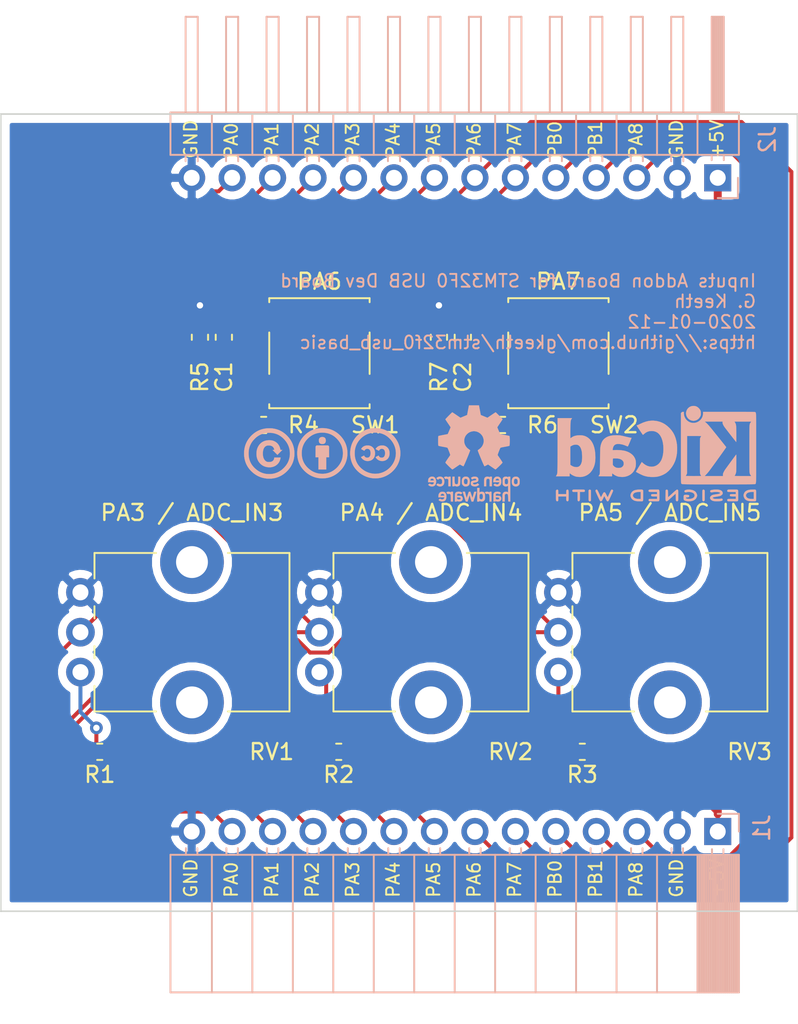
<source format=kicad_pcb>
(kicad_pcb (version 20171130) (host pcbnew 5.1.5)
  (title_block (title "STM32F0 USB Inputs Addon Board") (date 2020-01-12) (rev 0) (company "G. Keeth"))
  (layers (0 F.Cu signal) (31 B.Cu signal) (34 B.Paste user) (35 F.Paste user) (36 B.SilkS user) (37 F.SilkS user) (38 B.Mask user) (39 F.Mask user) (44 Edge.Cuts user))
  (net 0 "")
  (net 1 GND)
  (net 2 "Net-(C1-Pad1)")
  (net 3 "Net-(C2-Pad1)")
  (net 4 /PA0)
  (net 5 /PA1)
  (net 6 /PA2)
  (net 7 /PA3)
  (net 8 /PA4)
  (net 9 /PA5)
  (net 10 /PA6)
  (net 11 /PA7)
  (net 12 /PB0)
  (net 13 /PB1)
  (net 14 /PA8)
  (net 15 +5V)
  (net 16 "Net-(R1-Pad2)")
  (net 17 "Net-(R2-Pad2)")
  (net 18 "Net-(R3-Pad2)")
  (module Symbol:OSHW-Logo_5.7x6mm_SilkScreen (layer B.Cu) (at 179.705 121.285 180)
    (fp_text reference LOGO1 hide)
    (fp_text value Logo_Open_Hardware_Small hide)
  )
  (module Symbol:KiCad-Logo2_5mm_SilkScreen (layer B.Cu) (at 191.135 121.285 180)
    (fp_text reference LOGO3 hide)
    (fp_text value Logo_MadeWithKiCad hide)
  )
  (module Symbol_CreativeCommons:CC-BY-SA_SilkScreenTop_Small (layer B.Cu) (at 170.18 121.285 180)
    (fp_text reference LOGO2 hide)
    (fp_text value CC-BY-SA_0.33in hide)
  )
  (module Connector_PinHeader_2.54mm:PinHeader_1x14_P2.54mm_Horizontal (layer B.Cu) (at 195 104 90)
    (fp_text reference J2 (at 2.4 3.12 270) (layer B.SilkS) (effects (justify mirror)))
    (fp_text value Conn_01x14_Male)
    (fp_text user +5V (at 1.13 -0.055 90) (layer F.SilkS) (effects (font (size 0.8 0.8) (thickness 0.12)) (justify left)))
    (fp_text user GND (at 1.13 -2.595 90) (layer F.SilkS) (effects (font (size 0.8 0.8) (thickness 0.12)) (justify left)))
    (fp_text user PA8 (at 1.13 -5.135 90) (layer F.SilkS) (effects (font (size 0.8 0.8) (thickness 0.12)) (justify left)))
    (fp_text user PB1 (at 1.13 -7.675 90) (layer F.SilkS) (effects (font (size 0.8 0.8) (thickness 0.12)) (justify left)))
    (fp_text user PB0 (at 1.13 -10.215 90) (layer F.SilkS) (effects (font (size 0.8 0.8) (thickness 0.12)) (justify left)))
    (fp_text user PA7 (at 1.13 -12.755 90) (layer F.SilkS) (effects (font (size 0.8 0.8) (thickness 0.12)) (justify left)))
    (fp_text user PA6 (at 1.13 -15.295 90) (layer F.SilkS) (effects (font (size 0.8 0.8) (thickness 0.12)) (justify left)))
    (fp_text user PA5 (at 1.13 -17.835 90) (layer F.SilkS) (effects (font (size 0.8 0.8) (thickness 0.12)) (justify left)))
    (fp_text user PA4 (at 1.13 -20.375 90) (layer F.SilkS) (effects (font (size 0.8 0.8) (thickness 0.12)) (justify left)))
    (fp_text user PA3 (at 1.13 -22.915 90) (layer F.SilkS) (effects (font (size 0.8 0.8) (thickness 0.12)) (justify left)))
    (fp_text user PA2 (at 1.13 -25.455 90) (layer F.SilkS) (effects (font (size 0.8 0.8) (thickness 0.12)) (justify left)))
    (fp_text user PA1 (at 1.13 -27.995 90) (layer F.SilkS) (effects (font (size 0.8 0.8) (thickness 0.12)) (justify left)))
    (fp_text user PA0 (at 1.13 -30.535 90) (layer F.SilkS) (effects (font (size 0.8 0.8) (thickness 0.12)) (justify left)))
    (fp_text user GND (at 1.13 -33.075 90) (layer F.SilkS) (effects (font (size 0.8 0.8) (thickness 0.12)) (justify left)))
    (pad 14 thru_hole oval (at 0 -33.02 90) (size 1.7 1.7) (drill 1) (layers *.Cu *.Mask) (net 1 GND))
    (pad 13 thru_hole oval (at 0 -30.48 90) (size 1.7 1.7) (drill 1) (layers *.Cu *.Mask) (net 4 /PA0))
    (pad 12 thru_hole oval (at 0 -27.94 90) (size 1.7 1.7) (drill 1) (layers *.Cu *.Mask) (net 5 /PA1))
    (pad 11 thru_hole oval (at 0 -25.4 90) (size 1.7 1.7) (drill 1) (layers *.Cu *.Mask) (net 6 /PA2))
    (pad 10 thru_hole oval (at 0 -22.86 90) (size 1.7 1.7) (drill 1) (layers *.Cu *.Mask) (net 7 /PA3))
    (pad 9 thru_hole oval (at 0 -20.32 90) (size 1.7 1.7) (drill 1) (layers *.Cu *.Mask) (net 8 /PA4))
    (pad 8 thru_hole oval (at 0 -17.78 90) (size 1.7 1.7) (drill 1) (layers *.Cu *.Mask) (net 9 /PA5))
    (pad 7 thru_hole oval (at 0 -15.24 90) (size 1.7 1.7) (drill 1) (layers *.Cu *.Mask) (net 10 /PA6))
    (pad 6 thru_hole oval (at 0 -12.7 90) (size 1.7 1.7) (drill 1) (layers *.Cu *.Mask) (net 11 /PA7))
    (pad 5 thru_hole oval (at 0 -10.16 90) (size 1.7 1.7) (drill 1) (layers *.Cu *.Mask) (net 12 /PB0))
    (pad 4 thru_hole oval (at 0 -7.62 90) (size 1.7 1.7) (drill 1) (layers *.Cu *.Mask) (net 13 /PB1))
    (pad 3 thru_hole oval (at 0 -5.08 90) (size 1.7 1.7) (drill 1) (layers *.Cu *.Mask) (net 14 /PA8))
    (pad 2 thru_hole oval (at 0 -2.54 90) (size 1.7 1.7) (drill 1) (layers *.Cu *.Mask) (net 1 GND))
    (pad 1 thru_hole rect (at 0 0 90) (size 1.7 1.7) (drill 1) (layers *.Cu *.Mask) (net 15 +5V))
  )
  (module Button_Switch_SMD:SW_SPST_B3S-1000 (layer F.Cu) (at 185 115)
    (fp_text reference SW2 (at 3.5 4.5) (layer F.SilkS))
    (fp_text value SW_Push)
    (fp_text user PA7 (at 0 -4.5) (layer F.SilkS))
    (pad 2 smd rect (at 3.975 2.25) (size 1.55 1.3) (layers F.Cu F.Paste F.Mask) (net 3 "Net-(C2-Pad1)"))
    (pad 2 smd rect (at -3.975 2.25) (size 1.55 1.3) (layers F.Cu F.Paste F.Mask) (net 3 "Net-(C2-Pad1)"))
    (pad 1 smd rect (at 3.975 -2.25) (size 1.55 1.3) (layers F.Cu F.Paste F.Mask) (net 1 GND))
    (pad 1 smd rect (at -3.975 -2.25) (size 1.55 1.3) (layers F.Cu F.Paste F.Mask) (net 1 GND))
  )
  (module Button_Switch_SMD:SW_SPST_B3S-1000 (layer F.Cu) (at 170 115)
    (fp_text reference SW1 (at 3.5 4.5) (layer F.SilkS))
    (fp_text value SW_Push)
    (fp_text user PA6 (at 0 -4.5) (layer F.SilkS))
    (pad 2 smd rect (at 3.975 2.25) (size 1.55 1.3) (layers F.Cu F.Paste F.Mask) (net 2 "Net-(C1-Pad1)"))
    (pad 2 smd rect (at -3.975 2.25) (size 1.55 1.3) (layers F.Cu F.Paste F.Mask) (net 2 "Net-(C1-Pad1)"))
    (pad 1 smd rect (at 3.975 -2.25) (size 1.55 1.3) (layers F.Cu F.Paste F.Mask) (net 1 GND))
    (pad 1 smd rect (at -3.975 -2.25) (size 1.55 1.3) (layers F.Cu F.Paste F.Mask) (net 1 GND))
  )
  (module Potentiometer_THT:Potentiometer_Bourns_PTV09A-1_Single_Vertical (layer F.Cu) (at 185 135)
    (fp_text reference RV3 (at 12 5) (layer F.SilkS))
    (fp_text value 10k)
    (fp_text user "PA5 / ADC_IN5" (at 7 -10) (layer F.SilkS))
    (pad "" np_thru_hole circle (at 7 1.9) (size 4 4) (drill 2) (layers *.Cu *.Mask))
    (pad "" np_thru_hole circle (at 7 -6.9) (size 4 4) (drill 2) (layers *.Cu *.Mask))
    (pad 1 thru_hole circle (at 0 0) (size 1.8 1.8) (drill 1) (layers *.Cu *.Mask) (net 18 "Net-(R3-Pad2)"))
    (pad 2 thru_hole circle (at 0 -2.5) (size 1.8 1.8) (drill 1) (layers *.Cu *.Mask) (net 9 /PA5))
    (pad 3 thru_hole circle (at 0 -5) (size 1.8 1.8) (drill 1) (layers *.Cu *.Mask) (net 1 GND))
  )
  (module Potentiometer_THT:Potentiometer_Bourns_PTV09A-1_Single_Vertical (layer F.Cu) (at 170 135)
    (fp_text reference RV2 (at 12 5) (layer F.SilkS))
    (fp_text value 10k)
    (fp_text user "PA4 / ADC_IN4" (at 7 -10) (layer F.SilkS))
    (pad "" np_thru_hole circle (at 7 1.9) (size 4 4) (drill 2) (layers *.Cu *.Mask))
    (pad "" np_thru_hole circle (at 7 -6.9) (size 4 4) (drill 2) (layers *.Cu *.Mask))
    (pad 1 thru_hole circle (at 0 0) (size 1.8 1.8) (drill 1) (layers *.Cu *.Mask) (net 17 "Net-(R2-Pad2)"))
    (pad 2 thru_hole circle (at 0 -2.5) (size 1.8 1.8) (drill 1) (layers *.Cu *.Mask) (net 8 /PA4))
    (pad 3 thru_hole circle (at 0 -5) (size 1.8 1.8) (drill 1) (layers *.Cu *.Mask) (net 1 GND))
  )
  (module Potentiometer_THT:Potentiometer_Bourns_PTV09A-1_Single_Vertical (layer F.Cu) (at 155 135)
    (fp_text reference RV1 (at 12 5) (layer F.SilkS))
    (fp_text value 10k)
    (fp_text user "PA3 / ADC_IN3" (at 7 -10) (layer F.SilkS))
    (pad "" np_thru_hole circle (at 7 1.9) (size 4 4) (drill 2) (layers *.Cu *.Mask))
    (pad "" np_thru_hole circle (at 7 -6.9) (size 4 4) (drill 2) (layers *.Cu *.Mask))
    (pad 1 thru_hole circle (at 0 0) (size 1.8 1.8) (drill 1) (layers *.Cu *.Mask) (net 16 "Net-(R1-Pad2)"))
    (pad 2 thru_hole circle (at 0 -2.5) (size 1.8 1.8) (drill 1) (layers *.Cu *.Mask) (net 7 /PA3))
    (pad 3 thru_hole circle (at 0 -5) (size 1.8 1.8) (drill 1) (layers *.Cu *.Mask) (net 1 GND))
  )
  (module Resistor_SMD:R_0603_1608Metric (layer F.Cu) (at 177.5 114 90)
    (fp_text reference R7 (at -2.5 0 90) (layer F.SilkS))
    (fp_text value 22k)
    (pad 2 smd roundrect (at 0.7875 0 90) (size 0.875 0.95) (layers F.Cu F.Paste F.Mask) (net 1 GND))
    (pad 1 smd roundrect (at -0.7875 0 90) (size 0.875 0.95) (layers F.Cu F.Paste F.Mask) (net 3 "Net-(C2-Pad1)"))
  )
  (module Resistor_SMD:R_0603_1608Metric (layer F.Cu) (at 181.5 119.5)
    (fp_text reference R6 (at 2.5 0) (layer F.SilkS))
    (fp_text value 10k)
    (pad 2 smd roundrect (at 0.7875 0) (size 0.875 0.95) (layers F.Cu F.Paste F.Mask) (net 3 "Net-(C2-Pad1)"))
    (pad 1 smd roundrect (at -0.7875 0) (size 0.875 0.95) (layers F.Cu F.Paste F.Mask) (net 11 /PA7))
  )
  (module Resistor_SMD:R_0603_1608Metric (layer F.Cu) (at 162.5 114 90)
    (fp_text reference R5 (at -2.5 0 90) (layer F.SilkS))
    (fp_text value 22k)
    (pad 2 smd roundrect (at 0.7875 0 90) (size 0.875 0.95) (layers F.Cu F.Paste F.Mask) (net 1 GND))
    (pad 1 smd roundrect (at -0.7875 0 90) (size 0.875 0.95) (layers F.Cu F.Paste F.Mask) (net 2 "Net-(C1-Pad1)"))
  )
  (module Resistor_SMD:R_0603_1608Metric (layer F.Cu) (at 166.5 119.5 180)
    (fp_text reference R4 (at -2.5 0) (layer F.SilkS))
    (fp_text value 10k)
    (pad 2 smd roundrect (at 0.7875 0 180) (size 0.875 0.95) (layers F.Cu F.Paste F.Mask) (net 2 "Net-(C1-Pad1)"))
    (pad 1 smd roundrect (at -0.7875 0 180) (size 0.875 0.95) (layers F.Cu F.Paste F.Mask) (net 10 /PA6))
  )
  (module Resistor_SMD:R_0603_1608Metric (layer F.Cu) (at 186.5 140 180)
    (fp_text reference R3 (at 0 -1.43) (layer F.SilkS))
    (fp_text value 5.1k)
    (pad 2 smd roundrect (at 0.7875 0 180) (size 0.875 0.95) (layers F.Cu F.Paste F.Mask) (net 18 "Net-(R3-Pad2)"))
    (pad 1 smd roundrect (at -0.7875 0 180) (size 0.875 0.95) (layers F.Cu F.Paste F.Mask) (net 15 +5V))
  )
  (module Resistor_SMD:R_0603_1608Metric (layer F.Cu) (at 171.2125 140 180)
    (fp_text reference R2 (at 0 -1.43) (layer F.SilkS))
    (fp_text value 5.1k)
    (pad 2 smd roundrect (at 0.7875 0 180) (size 0.875 0.95) (layers F.Cu F.Paste F.Mask) (net 17 "Net-(R2-Pad2)"))
    (pad 1 smd roundrect (at -0.7875 0 180) (size 0.875 0.95) (layers F.Cu F.Paste F.Mask) (net 15 +5V))
  )
  (module Resistor_SMD:R_0603_1608Metric (layer F.Cu) (at 156.2125 140 180)
    (fp_text reference R1 (at 0 -1.43) (layer F.SilkS))
    (fp_text value 5.1k)
    (pad 2 smd roundrect (at 0.7875 0 180) (size 0.875 0.95) (layers F.Cu F.Paste F.Mask) (net 16 "Net-(R1-Pad2)"))
    (pad 1 smd roundrect (at -0.7875 0 180) (size 0.875 0.95) (layers F.Cu F.Paste F.Mask) (net 15 +5V))
  )
  (module Connector_PinSocket_2.54mm:PinSocket_1x14_P2.54mm_Horizontal (layer B.Cu) (at 195 145 90)
    (fp_text reference J1 (at 0.22 2.77 90) (layer B.SilkS) (effects (justify mirror)))
    (fp_text value Conn_01x14_Female)
    (fp_text user +5V (at -4.225 -0.055 90) (layer F.SilkS) (effects (font (size 0.8 0.8) (thickness 0.12)) (justify left)))
    (fp_text user GND (at -4.225 -2.595 90) (layer F.SilkS) (effects (font (size 0.8 0.8) (thickness 0.12)) (justify left)))
    (fp_text user PA8 (at -4.225 -5.135 90) (layer F.SilkS) (effects (font (size 0.8 0.8) (thickness 0.12)) (justify left)))
    (fp_text user PB1 (at -4.225 -7.675 90) (layer F.SilkS) (effects (font (size 0.8 0.8) (thickness 0.12)) (justify left)))
    (fp_text user PB0 (at -4.225 -10.215 90) (layer F.SilkS) (effects (font (size 0.8 0.8) (thickness 0.12)) (justify left)))
    (fp_text user PA7 (at -4.225 -12.755 90) (layer F.SilkS) (effects (font (size 0.8 0.8) (thickness 0.12)) (justify left)))
    (fp_text user PA6 (at -4.225 -15.295 90) (layer F.SilkS) (effects (font (size 0.8 0.8) (thickness 0.12)) (justify left)))
    (fp_text user PA5 (at -4.225 -17.835 90) (layer F.SilkS) (effects (font (size 0.8 0.8) (thickness 0.12)) (justify left)))
    (fp_text user PA4 (at -4.225 -20.375 90) (layer F.SilkS) (effects (font (size 0.8 0.8) (thickness 0.12)) (justify left)))
    (fp_text user PA3 (at -4.225 -22.915 90) (layer F.SilkS) (effects (font (size 0.8 0.8) (thickness 0.12)) (justify left)))
    (fp_text user PA2 (at -4.225 -25.455 90) (layer F.SilkS) (effects (font (size 0.8 0.8) (thickness 0.12)) (justify left)))
    (fp_text user PA1 (at -4.225 -27.995 90) (layer F.SilkS) (effects (font (size 0.8 0.8) (thickness 0.12)) (justify left)))
    (fp_text user PA0 (at -4.225 -30.535 90) (layer F.SilkS) (effects (font (size 0.8 0.8) (thickness 0.12)) (justify left)))
    (fp_text user GND (at -4.225 -33.075 90) (layer F.SilkS) (effects (font (size 0.8 0.8) (thickness 0.12)) (justify left)))
    (pad 14 thru_hole oval (at 0 -33.02 90) (size 1.7 1.7) (drill 1) (layers *.Cu *.Mask) (net 1 GND))
    (pad 13 thru_hole oval (at 0 -30.48 90) (size 1.7 1.7) (drill 1) (layers *.Cu *.Mask) (net 4 /PA0))
    (pad 12 thru_hole oval (at 0 -27.94 90) (size 1.7 1.7) (drill 1) (layers *.Cu *.Mask) (net 5 /PA1))
    (pad 11 thru_hole oval (at 0 -25.4 90) (size 1.7 1.7) (drill 1) (layers *.Cu *.Mask) (net 6 /PA2))
    (pad 10 thru_hole oval (at 0 -22.86 90) (size 1.7 1.7) (drill 1) (layers *.Cu *.Mask) (net 7 /PA3))
    (pad 9 thru_hole oval (at 0 -20.32 90) (size 1.7 1.7) (drill 1) (layers *.Cu *.Mask) (net 8 /PA4))
    (pad 8 thru_hole oval (at 0 -17.78 90) (size 1.7 1.7) (drill 1) (layers *.Cu *.Mask) (net 9 /PA5))
    (pad 7 thru_hole oval (at 0 -15.24 90) (size 1.7 1.7) (drill 1) (layers *.Cu *.Mask) (net 10 /PA6))
    (pad 6 thru_hole oval (at 0 -12.7 90) (size 1.7 1.7) (drill 1) (layers *.Cu *.Mask) (net 11 /PA7))
    (pad 5 thru_hole oval (at 0 -10.16 90) (size 1.7 1.7) (drill 1) (layers *.Cu *.Mask) (net 12 /PB0))
    (pad 4 thru_hole oval (at 0 -7.62 90) (size 1.7 1.7) (drill 1) (layers *.Cu *.Mask) (net 13 /PB1))
    (pad 3 thru_hole oval (at 0 -5.08 90) (size 1.7 1.7) (drill 1) (layers *.Cu *.Mask) (net 14 /PA8))
    (pad 2 thru_hole oval (at 0 -2.54 90) (size 1.7 1.7) (drill 1) (layers *.Cu *.Mask) (net 1 GND))
    (pad 1 thru_hole rect (at 0 0 90) (size 1.7 1.7) (drill 1) (layers *.Cu *.Mask) (net 15 +5V))
  )
  (module Capacitor_SMD:C_0603_1608Metric (layer F.Cu) (at 179 114 90)
    (fp_text reference C2 (at -2.5 0 90) (layer F.SilkS))
    (fp_text value 100n)
    (pad 2 smd roundrect (at 0.7875 0 90) (size 0.875 0.95) (layers F.Cu F.Paste F.Mask) (net 1 GND))
    (pad 1 smd roundrect (at -0.7875 0 90) (size 0.875 0.95) (layers F.Cu F.Paste F.Mask) (net 3 "Net-(C2-Pad1)"))
  )
  (module Capacitor_SMD:C_0603_1608Metric (layer F.Cu) (at 164 114 90)
    (fp_text reference C1 (at -2.5 0 90) (layer F.SilkS))
    (fp_text value 100n)
    (pad 2 smd roundrect (at 0.7875 0 90) (size 0.875 0.95) (layers F.Cu F.Paste F.Mask) (net 1 GND))
    (pad 1 smd roundrect (at -0.7875 0 90) (size 0.875 0.95) (layers F.Cu F.Paste F.Mask) (net 2 "Net-(C1-Pad1)"))
  )
  (gr_text "Inputs Addon Board for STM32F0 USB Dev Board\nG. Keeth\n2020-01-12\nhttps://github.com/gkeeth/stm32f0_usb_basic" (at 197.485 112.395) (layer B.SilkS) (effects (font (size 0.8 0.8) (thickness 0.12)) (justify left mirror)))
  (gr_line (start 200 100) (end 200 150) (layer Edge.Cuts) (width 0.1))
  (gr_line (start 150 100) (end 200 100) (layer Edge.Cuts) (width 0.1))
  (gr_line (start 150 150) (end 150 100) (layer Edge.Cuts) (width 0.1))
  (gr_line (start 200 150) (end 150 150) (layer Edge.Cuts) (width 0.1))
  (segment (start 180.5625 113.2125) (end 181.025 112.75) (width 0.25) (layer F.Cu) (net 1))
  (segment (start 177.5 113.2125) (end 180.5625 113.2125) (width 0.25) (layer F.Cu) (net 1))
  (via (at 177.5 112) (size 0.8) (drill 0.4) (layers F.Cu B.Cu) (net 1))
  (segment (start 177.5 113.2125) (end 177.5 112) (width 0.25) (layer F.Cu) (net 1))
  (segment (start 181.025 112.75) (end 188.975 112.75) (width 0.25) (layer F.Cu) (net 1))
  (segment (start 162.5 113.2125) (end 164 113.2125) (width 0.25) (layer F.Cu) (net 1))
  (segment (start 165.5625 113.2125) (end 166.025 112.75) (width 0.25) (layer F.Cu) (net 1))
  (segment (start 164 113.2125) (end 165.5625 113.2125) (width 0.25) (layer F.Cu) (net 1))
  (via (at 162.5 112) (size 0.8) (drill 0.4) (layers F.Cu B.Cu) (net 1))
  (segment (start 162.5 113.2125) (end 162.5 112) (width 0.25) (layer F.Cu) (net 1))
  (segment (start 166.025 112.75) (end 173.975 112.75) (width 0.25) (layer F.Cu) (net 1))
  (segment (start 173.975 117.25) (end 166.025 117.25) (width 0.25) (layer F.Cu) (net 2))
  (segment (start 162.5 114.7875) (end 164 114.7875) (width 0.25) (layer F.Cu) (net 2))
  (segment (start 166.025 116.35) (end 166.025 117.25) (width 0.25) (layer F.Cu) (net 2))
  (segment (start 166.025 116.3375) (end 166.025 116.35) (width 0.25) (layer F.Cu) (net 2))
  (segment (start 164.475 114.7875) (end 166.025 116.3375) (width 0.25) (layer F.Cu) (net 2))
  (segment (start 164 114.7875) (end 164.475 114.7875) (width 0.25) (layer F.Cu) (net 2))
  (segment (start 166.025 119.1875) (end 165.7125 119.5) (width 0.25) (layer F.Cu) (net 2))
  (segment (start 166.025 117.25) (end 166.025 119.1875) (width 0.25) (layer F.Cu) (net 2))
  (segment (start 177.5 114.7875) (end 179 114.7875) (width 0.25) (layer F.Cu) (net 3))
  (segment (start 181.025 116.35) (end 181.025 117.25) (width 0.25) (layer F.Cu) (net 3))
  (segment (start 181.025 116.3375) (end 181.025 116.35) (width 0.25) (layer F.Cu) (net 3))
  (segment (start 179.475 114.7875) (end 181.025 116.3375) (width 0.25) (layer F.Cu) (net 3))
  (segment (start 179 114.7875) (end 179.475 114.7875) (width 0.25) (layer F.Cu) (net 3))
  (segment (start 181.025 117.25) (end 188.975 117.25) (width 0.25) (layer F.Cu) (net 3))
  (segment (start 181.025 118.2375) (end 182.2875 119.5) (width 0.25) (layer F.Cu) (net 3))
  (segment (start 181.025 117.25) (end 181.025 118.2375) (width 0.25) (layer F.Cu) (net 3))
  (segment (start 164.52 104) (end 163.670001 104.849999) (width 0.25) (layer F.Cu) (net 4))
  (segment (start 163.670001 144.150001) (end 164.52 145) (width 0.25) (layer F.Cu) (net 4))
  (segment (start 151.599978 141.599983) (end 153.750048 143.750053) (width 0.25) (layer F.Cu) (net 4))
  (segment (start 163.377179 104.849999) (end 151.599978 116.6272) (width 0.25) (layer F.Cu) (net 4))
  (segment (start 163.270053 143.750053) (end 163.670001 144.150001) (width 0.25) (layer F.Cu) (net 4))
  (segment (start 151.599978 116.6272) (end 151.599978 141.599983) (width 0.25) (layer F.Cu) (net 4))
  (segment (start 163.670001 104.849999) (end 163.377179 104.849999) (width 0.25) (layer F.Cu) (net 4))
  (segment (start 153.750048 143.750053) (end 163.270053 143.750053) (width 0.25) (layer F.Cu) (net 4))
  (segment (start 152.049989 141.413583) (end 152.049989 116.8136) (width 0.25) (layer F.Cu) (net 5))
  (segment (start 166.210001 104.849999) (end 167.06 104) (width 0.25) (layer F.Cu) (net 5))
  (segment (start 165.510011 105.549989) (end 166.210001 104.849999) (width 0.25) (layer F.Cu) (net 5))
  (segment (start 165.360042 143.300042) (end 153.936448 143.300042) (width 0.25) (layer F.Cu) (net 5))
  (segment (start 153.936448 143.300042) (end 152.049989 141.413583) (width 0.25) (layer F.Cu) (net 5))
  (segment (start 167.06 145) (end 165.360042 143.300042) (width 0.25) (layer F.Cu) (net 5))
  (segment (start 152.049989 116.8136) (end 163.3136 105.549989) (width 0.25) (layer F.Cu) (net 5))
  (segment (start 163.3136 105.549989) (end 165.510011 105.549989) (width 0.25) (layer F.Cu) (net 5))
  (segment (start 154.122848 142.850031) (end 167.450031 142.850031) (width 0.25) (layer F.Cu) (net 6))
  (segment (start 163.5 106) (end 152.5 117) (width 0.25) (layer F.Cu) (net 6))
  (segment (start 152.5 141.227183) (end 154.122848 142.850031) (width 0.25) (layer F.Cu) (net 6))
  (segment (start 168.750001 144.150001) (end 169.6 145) (width 0.25) (layer F.Cu) (net 6))
  (segment (start 167.450031 142.850031) (end 168.750001 144.150001) (width 0.25) (layer F.Cu) (net 6))
  (segment (start 169.6 104) (end 167.6 106) (width 0.25) (layer F.Cu) (net 6))
  (segment (start 152.5 117) (end 152.5 141.227183) (width 0.25) (layer F.Cu) (net 6))
  (segment (start 167.6 106) (end 163.5 106) (width 0.25) (layer F.Cu) (net 6))
  (segment (start 152.950011 134.549989) (end 152.950011 141.040783) (width 0.25) (layer F.Cu) (net 7))
  (segment (start 171.290001 144.150001) (end 172.14 145) (width 0.25) (layer F.Cu) (net 7))
  (segment (start 152.950011 141.040783) (end 154.309248 142.40002) (width 0.25) (layer F.Cu) (net 7))
  (segment (start 155 132.5) (end 152.950011 134.549989) (width 0.25) (layer F.Cu) (net 7))
  (segment (start 169.54002 142.40002) (end 171.290001 144.150001) (width 0.25) (layer F.Cu) (net 7))
  (segment (start 154.309248 142.40002) (end 169.54002 142.40002) (width 0.25) (layer F.Cu) (net 7))
  (segment (start 172.14 104) (end 169.540022 106.599978) (width 0.25) (layer F.Cu) (net 7))
  (segment (start 158.5 111.727178) (end 158.5 129) (width 0.25) (layer F.Cu) (net 7))
  (segment (start 155.899999 131.600001) (end 155 132.5) (width 0.25) (layer F.Cu) (net 7))
  (segment (start 169.540022 106.599978) (end 163.6272 106.599978) (width 0.25) (layer F.Cu) (net 7))
  (segment (start 158.5 129) (end 155.899999 131.600001) (width 0.25) (layer F.Cu) (net 7))
  (segment (start 163.6272 106.599978) (end 158.5 111.727178) (width 0.25) (layer F.Cu) (net 7))
  (segment (start 153.400022 138.963567) (end 159.863589 132.5) (width 0.25) (layer F.Cu) (net 8))
  (segment (start 168.727208 132.5) (end 170 132.5) (width 0.25) (layer F.Cu) (net 8))
  (segment (start 174.68 145) (end 171.630009 141.950009) (width 0.25) (layer F.Cu) (net 8))
  (segment (start 153.400022 140.854383) (end 153.400022 138.963567) (width 0.25) (layer F.Cu) (net 8))
  (segment (start 171.630009 141.950009) (end 154.495648 141.950009) (width 0.25) (layer F.Cu) (net 8))
  (segment (start 154.495648 141.950009) (end 153.400022 140.854383) (width 0.25) (layer F.Cu) (net 8))
  (segment (start 159.863589 132.5) (end 168.727208 132.5) (width 0.25) (layer F.Cu) (net 8))
  (segment (start 159.049989 121.549989) (end 159.049989 111.8136) (width 0.25) (layer F.Cu) (net 8))
  (segment (start 173.830001 104.849999) (end 174.68 104) (width 0.25) (layer F.Cu) (net 8))
  (segment (start 159.049989 111.8136) (end 163.8136 107.049989) (width 0.25) (layer F.Cu) (net 8))
  (segment (start 170 132.5) (end 159.049989 121.549989) (width 0.25) (layer F.Cu) (net 8))
  (segment (start 163.8136 107.049989) (end 171.630011 107.049989) (width 0.25) (layer F.Cu) (net 8))
  (segment (start 171.630011 107.049989) (end 173.830001 104.849999) (width 0.25) (layer F.Cu) (net 8))
  (segment (start 179.5 127) (end 185 132.5) (width 0.25) (layer F.Cu) (net 9))
  (segment (start 176.5 124) (end 179.5 127) (width 0.25) (layer F.Cu) (net 9))
  (segment (start 162.5 124) (end 176.5 124) (width 0.25) (layer F.Cu) (net 9))
  (segment (start 173.72 107.5) (end 164 107.5) (width 0.25) (layer F.Cu) (net 9))
  (segment (start 177.22 104) (end 173.72 107.5) (width 0.25) (layer F.Cu) (net 9))
  (segment (start 164 107.5) (end 159.5 112) (width 0.25) (layer F.Cu) (net 9))
  (segment (start 159.5 112) (end 159.5 121) (width 0.25) (layer F.Cu) (net 9))
  (segment (start 159.5 121) (end 162.5 124) (width 0.25) (layer F.Cu) (net 9))
  (segment (start 183.727208 132.5) (end 185 132.5) (width 0.25) (layer F.Cu) (net 9))
  (segment (start 170.588001 133.774999) (end 171.863 132.5) (width 0.25) (layer F.Cu) (net 9))
  (segment (start 169.411999 133.774999) (end 170.588001 133.774999) (width 0.25) (layer F.Cu) (net 9))
  (segment (start 168.637 133) (end 169.411999 133.774999) (width 0.25) (layer F.Cu) (net 9))
  (segment (start 160 133) (end 168.637 133) (width 0.25) (layer F.Cu) (net 9))
  (segment (start 173.719998 141.499998) (end 154.682048 141.499998) (width 0.25) (layer F.Cu) (net 9))
  (segment (start 171.863 132.5) (end 183.727208 132.5) (width 0.25) (layer F.Cu) (net 9))
  (segment (start 177.22 145) (end 173.719998 141.499998) (width 0.25) (layer F.Cu) (net 9))
  (segment (start 154.682048 141.499998) (end 153.850033 140.667983) (width 0.25) (layer F.Cu) (net 9))
  (segment (start 153.850033 140.667983) (end 153.850033 139.149967) (width 0.25) (layer F.Cu) (net 9))
  (segment (start 153.850033 139.149967) (end 160 133) (width 0.25) (layer F.Cu) (net 9))
  (segment (start 178.910001 104.849999) (end 179.76 104) (width 0.25) (layer F.Cu) (net 10))
  (segment (start 176 107.76) (end 178.910001 104.849999) (width 0.25) (layer F.Cu) (net 10))
  (segment (start 176 118.5) (end 176 107.76) (width 0.25) (layer F.Cu) (net 10))
  (segment (start 167.2875 119.5) (end 175 119.5) (width 0.25) (layer F.Cu) (net 10))
  (segment (start 175 119.5) (end 176 118.5) (width 0.25) (layer F.Cu) (net 10))
  (segment (start 180.609999 145.849999) (end 179.76 145) (width 0.25) (layer F.Cu) (net 10))
  (segment (start 183.26 148.5) (end 180.609999 145.849999) (width 0.25) (layer F.Cu) (net 10))
  (segment (start 196.5 148.5) (end 183.26 148.5) (width 0.25) (layer F.Cu) (net 10))
  (segment (start 199.62499 145.37501) (end 196.5 148.5) (width 0.25) (layer F.Cu) (net 10))
  (segment (start 196.5 100.5) (end 199.62499 103.62499) (width 0.25) (layer F.Cu) (net 10))
  (segment (start 183.26 100.5) (end 196.5 100.5) (width 0.25) (layer F.Cu) (net 10))
  (segment (start 179.76 104) (end 183.26 100.5) (width 0.25) (layer F.Cu) (net 10))
  (segment (start 199.62499 103.62499) (end 199.62499 145.37501) (width 0.25) (layer F.Cu) (net 10))
  (segment (start 176.5 116.5) (end 176.5 109.8) (width 0.25) (layer F.Cu) (net 11))
  (segment (start 176.5 109.8) (end 182.3 104) (width 0.25) (layer F.Cu) (net 11))
  (segment (start 180.7125 119.5) (end 179.5 119.5) (width 0.25) (layer F.Cu) (net 11))
  (segment (start 179.5 119.5) (end 176.5 116.5) (width 0.25) (layer F.Cu) (net 11))
  (segment (start 196.313601 148.049989) (end 199.174979 145.188611) (width 0.25) (layer F.Cu) (net 11))
  (segment (start 183.149999 103.150001) (end 182.3 104) (width 0.25) (layer F.Cu) (net 11))
  (segment (start 199.174979 145.188611) (end 199.174979 103.811389) (width 0.25) (layer F.Cu) (net 11))
  (segment (start 185.200022 101.099978) (end 183.149999 103.150001) (width 0.25) (layer F.Cu) (net 11))
  (segment (start 199.174979 103.811389) (end 196.463568 101.099978) (width 0.25) (layer F.Cu) (net 11))
  (segment (start 185.349989 148.049989) (end 196.313601 148.049989) (width 0.25) (layer F.Cu) (net 11))
  (segment (start 182.3 145) (end 185.349989 148.049989) (width 0.25) (layer F.Cu) (net 11))
  (segment (start 196.463568 101.099978) (end 185.200022 101.099978) (width 0.25) (layer F.Cu) (net 11))
  (segment (start 187.290011 101.549989) (end 196.277169 101.549989) (width 0.25) (layer F.Cu) (net 12))
  (segment (start 187.439978 147.599978) (end 185.689999 145.849999) (width 0.25) (layer F.Cu) (net 12))
  (segment (start 185.689999 145.849999) (end 184.84 145) (width 0.25) (layer F.Cu) (net 12))
  (segment (start 198.724968 145.002212) (end 196.127202 147.599978) (width 0.25) (layer F.Cu) (net 12))
  (segment (start 196.127202 147.599978) (end 187.439978 147.599978) (width 0.25) (layer F.Cu) (net 12))
  (segment (start 196.277169 101.549989) (end 198.724968 103.997788) (width 0.25) (layer F.Cu) (net 12))
  (segment (start 198.724968 103.997788) (end 198.724968 145.002212) (width 0.25) (layer F.Cu) (net 12))
  (segment (start 184.84 104) (end 187.290011 101.549989) (width 0.25) (layer F.Cu) (net 12))
  (segment (start 196.09077 102) (end 189.38 102) (width 0.25) (layer F.Cu) (net 13))
  (segment (start 189.38 102) (end 188.229999 103.150001) (width 0.25) (layer F.Cu) (net 13))
  (segment (start 195.940803 147.149967) (end 198.274957 144.815813) (width 0.25) (layer F.Cu) (net 13))
  (segment (start 188.229999 103.150001) (end 187.38 104) (width 0.25) (layer F.Cu) (net 13))
  (segment (start 198.274957 144.815813) (end 198.274957 104.184187) (width 0.25) (layer F.Cu) (net 13))
  (segment (start 187.38 145) (end 189.529967 147.149967) (width 0.25) (layer F.Cu) (net 13))
  (segment (start 198.274957 104.184187) (end 196.09077 102) (width 0.25) (layer F.Cu) (net 13))
  (segment (start 189.529967 147.149967) (end 195.940803 147.149967) (width 0.25) (layer F.Cu) (net 13))
  (segment (start 189.92 104) (end 191.42 102.5) (width 0.25) (layer F.Cu) (net 14))
  (segment (start 195.95436 102.5) (end 197.824946 104.370586) (width 0.25) (layer F.Cu) (net 14))
  (segment (start 195.585046 146.699956) (end 191.619956 146.699956) (width 0.25) (layer F.Cu) (net 14))
  (segment (start 197.824946 104.370586) (end 197.824946 144.460056) (width 0.25) (layer F.Cu) (net 14))
  (segment (start 191.619956 146.699956) (end 190.769999 145.849999) (width 0.25) (layer F.Cu) (net 14))
  (segment (start 191.42 102.5) (end 195.95436 102.5) (width 0.25) (layer F.Cu) (net 14))
  (segment (start 197.824946 144.460056) (end 195.585046 146.699956) (width 0.25) (layer F.Cu) (net 14))
  (segment (start 190.769999 145.849999) (end 189.92 145) (width 0.25) (layer F.Cu) (net 14))
  (segment (start 157 140) (end 167.5 140) (width 0.25) (layer F.Cu) (net 15))
  (segment (start 172 140.475) (end 172 140) (width 0.25) (layer F.Cu) (net 15))
  (segment (start 171.67499 140.80001) (end 172 140.475) (width 0.25) (layer F.Cu) (net 15))
  (segment (start 168.30001 140.80001) (end 171.67499 140.80001) (width 0.25) (layer F.Cu) (net 15))
  (segment (start 167.5 140) (end 168.30001 140.80001) (width 0.25) (layer F.Cu) (net 15))
  (segment (start 172 140) (end 181.5 140) (width 0.25) (layer F.Cu) (net 15))
  (segment (start 181.5 140) (end 183 141.5) (width 0.25) (layer F.Cu) (net 15))
  (segment (start 187.2875 140.475) (end 187.2875 140) (width 0.25) (layer F.Cu) (net 15))
  (segment (start 186.2625 141.5) (end 187.2875 140.475) (width 0.25) (layer F.Cu) (net 15))
  (segment (start 183 141.5) (end 186.2625 141.5) (width 0.25) (layer F.Cu) (net 15))
  (segment (start 195 143.9) (end 195 145) (width 0.25) (layer F.Cu) (net 15))
  (segment (start 191.1 140) (end 195 143.9) (width 0.25) (layer F.Cu) (net 15))
  (segment (start 187.2875 140) (end 191.1 140) (width 0.25) (layer F.Cu) (net 15))
  (segment (start 195 143.9) (end 195 104) (width 0.5) (layer F.Cu) (net 15))
  (via (at 156 138.5) (size 0.8) (drill 0.4) (layers F.Cu B.Cu) (net 16))
  (segment (start 155 135) (end 155 137.5) (width 0.25) (layer B.Cu) (net 16))
  (segment (start 155 137.5) (end 156 138.5) (width 0.25) (layer B.Cu) (net 16))
  (segment (start 156 139.425) (end 155.425 140) (width 0.25) (layer F.Cu) (net 16))
  (segment (start 156 138.5) (end 156 139.425) (width 0.25) (layer F.Cu) (net 16))
  (segment (start 170.425 135.425) (end 170 135) (width 0.25) (layer F.Cu) (net 17))
  (segment (start 170.425 140) (end 170.425 135.425) (width 0.25) (layer F.Cu) (net 17))
  (segment (start 185.275 140) (end 185.7125 140) (width 0.25) (layer F.Cu) (net 18))
  (segment (start 185 139.725) (end 185.275 140) (width 0.25) (layer F.Cu) (net 18))
  (segment (start 185 135) (end 185 139.725) (width 0.25) (layer F.Cu) (net 18))
  (zone (net 1) (net_name GND) (layer B.Cu) (connect_pads (clearance 0.508)) (min_thickness 0.254) (fill yes (arc_segments 32) (thermal_gap 0.508) (thermal_bridge_width 0.508))
    (polygon (pts (xy 200 150) (xy 150 150) (xy 150 100) (xy 200 100)))
  )
)
</source>
